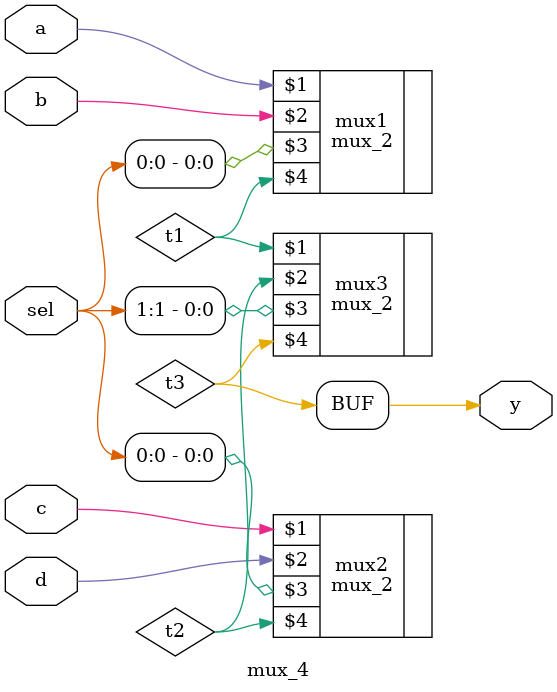
<source format=v>
module mux_4 (
    input a,b,c,d,
    input [1:0] sel,
    output y
);
wire t1, t2, t3;

mux_2 mux1 (a, b, sel[0], t1);
mux_2 mux2 (c, d, sel[0], t2);
mux_2 mux3 (t1, t2, sel[1], t3);
assign y = t3;
endmodule
</source>
